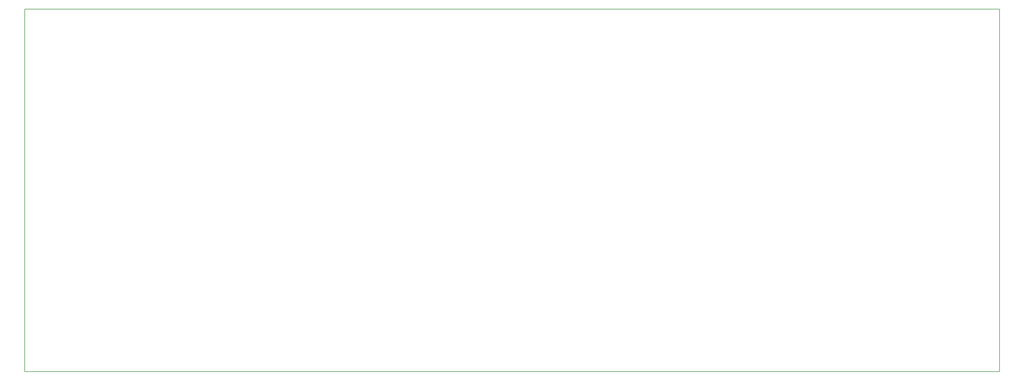
<source format=gbr>
G04 #@! TF.FileFunction,Profile,NP*
%FSLAX46Y46*%
G04 Gerber Fmt 4.6, Leading zero omitted, Abs format (unit mm)*
G04 Created by KiCad (PCBNEW 4.0.1-stable) date 2/13/2016 10:11:50 PM*
%MOMM*%
G01*
G04 APERTURE LIST*
%ADD10C,0.100000*%
%ADD11C,0.150000*%
G04 APERTURE END LIST*
D10*
D11*
X21463000Y9271000D02*
X297053000Y9271000D01*
X297053000Y-105029000D02*
X297053000Y-103759000D01*
X-10287000Y-105029000D02*
X297053000Y-105029000D01*
X-10287000Y9271000D02*
X21463000Y9271000D01*
X-10287000Y9271000D02*
X-10287000Y-105029000D01*
X297053000Y9271000D02*
X297053000Y-103759000D01*
M02*

</source>
